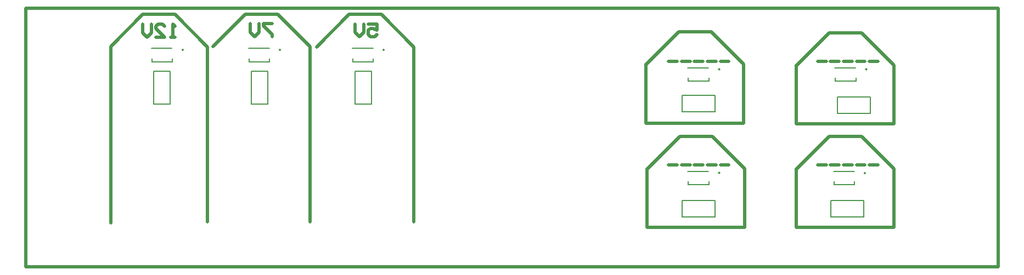
<source format=gbo>
G04*
G04 #@! TF.GenerationSoftware,Altium Limited,Altium Designer,21.7.1 (17)*
G04*
G04 Layer_Color=32896*
%FSLAX25Y25*%
%MOIN*%
G70*
G04*
G04 #@! TF.SameCoordinates,69AEE675-6442-4B96-895B-D7522D75E31D*
G04*
G04*
G04 #@! TF.FilePolarity,Positive*
G04*
G01*
G75*
%ADD11C,0.01968*%
%ADD12C,0.00787*%
%ADD13C,0.02126*%
%ADD67C,0.00600*%
%ADD68C,0.00800*%
D11*
X487770Y-78059D02*
X507455D01*
X468085Y-97744D02*
X487770Y-78059D01*
X507404Y-78008D02*
X527140Y-97744D01*
Y-133531D02*
Y-97744D01*
X467875Y-133531D02*
Y-97744D01*
Y-133531D02*
X527140D01*
X487770Y-15067D02*
X507455D01*
X468085Y-34752D02*
X487770Y-15067D01*
X507404Y-15016D02*
X527140Y-34752D01*
Y-70539D02*
Y-34752D01*
X467875Y-70539D02*
Y-34752D01*
Y-70539D02*
X527140D01*
X397219Y-78059D02*
X416904D01*
X377534Y-97744D02*
X397219Y-78059D01*
X416853Y-78008D02*
X436589Y-97744D01*
Y-133531D02*
Y-97744D01*
X377324Y-133531D02*
Y-97744D01*
Y-133531D02*
X436589D01*
X376626Y-70005D02*
X435891D01*
X376626D02*
Y-34219D01*
X435891Y-70005D02*
Y-34219D01*
X416155Y-14483D02*
X435891Y-34219D01*
X51493Y-130828D02*
X51579Y-130914D01*
X51493Y-130828D02*
Y-23310D01*
X376836Y-34219D02*
X396521Y-14534D01*
X416206D01*
X176480Y-23622D02*
X196165Y-3937D01*
X215850D01*
X235535Y-130181D02*
Y-23622D01*
X215799Y-3886D02*
X235535Y-23622D01*
X113565Y-23445D02*
X133250Y-3760D01*
X152936D01*
X172620Y-130005D02*
Y-23445D01*
X152884Y-3709D02*
X172620Y-23445D01*
X90500Y-3886D02*
X110236Y-23622D01*
Y-130181D02*
Y-23622D01*
X70866Y-3937D02*
X90551D01*
X51493Y-23310D02*
X70866Y-3937D01*
X0Y0D02*
X590551Y0D01*
X0Y-157480D02*
Y0D01*
X590551Y-157480D02*
Y0D01*
X0Y-157480D02*
X590551Y-157480D01*
D12*
X199724Y-58307D02*
Y-38307D01*
Y-58307D02*
X209724D01*
Y-38307D01*
X199724D02*
X209724D01*
X492874Y-64055D02*
Y-54055D01*
X512874D01*
Y-64055D02*
Y-54055D01*
X492874Y-64055D02*
X512874D01*
X488937Y-127047D02*
Y-117047D01*
X508937D01*
Y-127047D02*
Y-117047D01*
X488937Y-127047D02*
X508937D01*
X398386D02*
Y-117047D01*
X418386D01*
Y-127047D02*
Y-117047D01*
X398386Y-127047D02*
X418386D01*
X398386Y-63194D02*
Y-53194D01*
X418386D01*
Y-63194D02*
Y-53194D01*
X398386Y-63194D02*
X418386D01*
X136732Y-58307D02*
Y-38307D01*
Y-58307D02*
X146732D01*
Y-38307D01*
X136732D02*
X146732D01*
X77677Y-58307D02*
Y-38307D01*
Y-58307D02*
X87677D01*
Y-38307D01*
X77677D02*
X87677D01*
D13*
X427008Y-95438D02*
X421760D01*
X419136D02*
X413889D01*
X411265D02*
X406017D01*
X403393D02*
X398146D01*
X395522D02*
X390274D01*
X517559D02*
X512311D01*
X509688D02*
X504440D01*
X501816D02*
X496568D01*
X493945D02*
X488697D01*
X486073D02*
X480826D01*
X517559Y-32446D02*
X512311D01*
X509688D02*
X504440D01*
X501816D02*
X496568D01*
X493945D02*
X488697D01*
X486073D02*
X480826D01*
X427008Y-32446D02*
X421760D01*
X419136D02*
X413889D01*
X411265D02*
X406017D01*
X403393D02*
X398146D01*
X395522D02*
X390274D01*
X207888Y-9679D02*
X213136D01*
Y-13615D01*
X210512Y-12303D01*
X209200D01*
X207888Y-13615D01*
Y-16239D01*
X209200Y-17550D01*
X211824D01*
X213136Y-16239D01*
X205264Y-9679D02*
Y-14927D01*
X202640Y-17550D01*
X200016Y-14927D01*
Y-9679D01*
X149431Y-9535D02*
X144183D01*
Y-10847D01*
X149431Y-16094D01*
Y-17406D01*
X141560Y-9535D02*
Y-14783D01*
X138936Y-17406D01*
X136312Y-14783D01*
Y-9535D01*
X90644Y-17729D02*
X88020D01*
X89332D01*
Y-9857D01*
X90644Y-11169D01*
X78837Y-17729D02*
X84085D01*
X78837Y-12481D01*
Y-11169D01*
X80149Y-9857D01*
X82773D01*
X84085Y-11169D01*
X76213Y-9857D02*
Y-15105D01*
X73589Y-17729D01*
X70965Y-15105D01*
Y-9857D01*
D67*
X510874Y-37370D02*
G03*
X510874Y-37370I-500J0D01*
G01*
X510047Y-100362D02*
G03*
X510047Y-100362I-500J0D01*
G01*
X421465D02*
G03*
X421465Y-100362I-500J0D01*
G01*
Y-37370D02*
G03*
X421465Y-37370I-500J0D01*
G01*
X217724Y-25559D02*
G03*
X217724Y-25559I-500J0D01*
G01*
X154732D02*
G03*
X154732Y-25559I-500J0D01*
G01*
X95677D02*
G03*
X95677Y-25559I-500J0D01*
G01*
D68*
X491575Y-44488D02*
X504173D01*
X491276Y-36370D02*
X503874D01*
X491575Y-44488D02*
Y-42520D01*
X504173Y-44488D02*
Y-42520D01*
X490748Y-107480D02*
X503346D01*
X490449Y-99362D02*
X503047D01*
X490748Y-107480D02*
Y-105512D01*
X503346Y-107480D02*
Y-105512D01*
X402165Y-107480D02*
X414764D01*
X401866Y-99362D02*
X414465D01*
X402165Y-107480D02*
Y-105512D01*
X414764Y-107480D02*
Y-105512D01*
X402165Y-44488D02*
X414764D01*
X401866Y-36370D02*
X414465D01*
X402165Y-44488D02*
Y-42520D01*
X414764Y-44488D02*
Y-42520D01*
X211024Y-32677D02*
Y-30709D01*
X198425Y-32677D02*
Y-30709D01*
X198126Y-24559D02*
X210724D01*
X198425Y-32677D02*
X211024D01*
X148031D02*
Y-30709D01*
X135433Y-32677D02*
Y-30709D01*
X135134Y-24559D02*
X147732D01*
X135433Y-32677D02*
X148031D01*
X88976D02*
Y-30709D01*
X76378Y-32677D02*
Y-30709D01*
X76079Y-24559D02*
X88677D01*
X76378Y-32677D02*
X88976D01*
M02*

</source>
